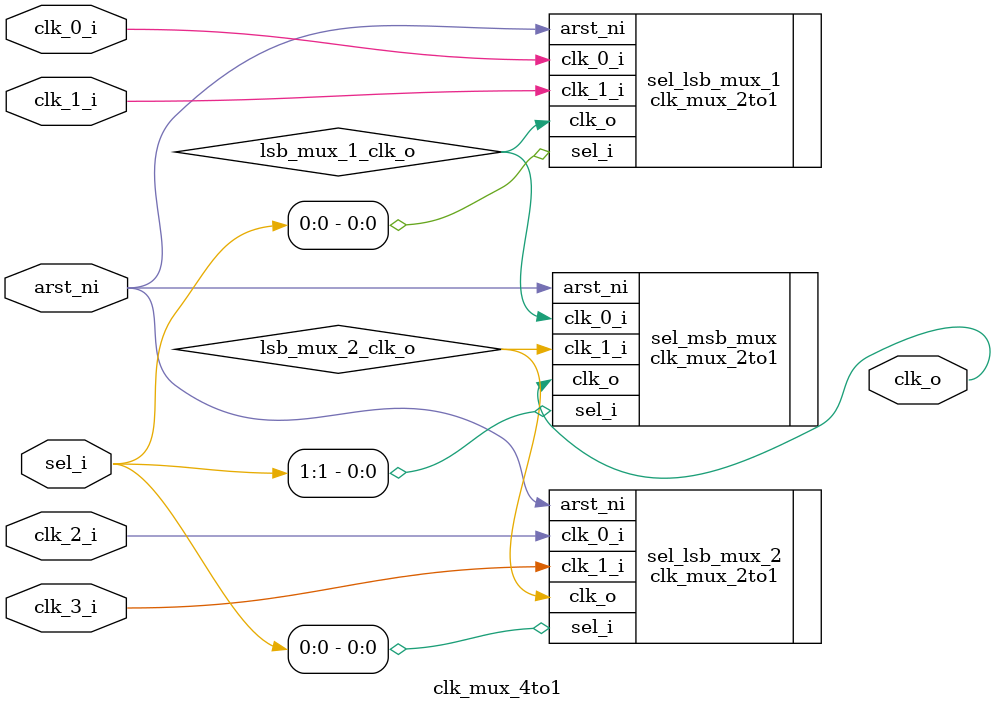
<source format=sv>
module clk_mux_4to1 (
    input logic arst_ni,
    input logic [1:0] sel_i,
    input logic clk_0_i,
    input logic clk_1_i,
    input logic clk_2_i,
    input logic clk_3_i,
    output logic clk_o
);

  logic lsb_mux_1_clk_o;
  logic lsb_mux_2_clk_o;

  clk_mux_2to1 sel_lsb_mux_1 (
      .arst_ni(arst_ni),
      .sel_i  (sel_i[0]),
      .clk_0_i(clk_0_i),
      .clk_1_i(clk_1_i),
      .clk_o  (lsb_mux_1_clk_o)
  );

  clk_mux_2to1 sel_lsb_mux_2 (
      .arst_ni(arst_ni),
      .sel_i  (sel_i[0]),
      .clk_0_i(clk_2_i),
      .clk_1_i(clk_3_i),
      .clk_o  (lsb_mux_2_clk_o)
  );

  clk_mux_2to1 sel_msb_mux (
      .arst_ni(arst_ni),
      .sel_i  (sel_i[1]),
      .clk_0_i(lsb_mux_1_clk_o),
      .clk_1_i(lsb_mux_2_clk_o),
      .clk_o  (clk_o)
  );

endmodule

</source>
